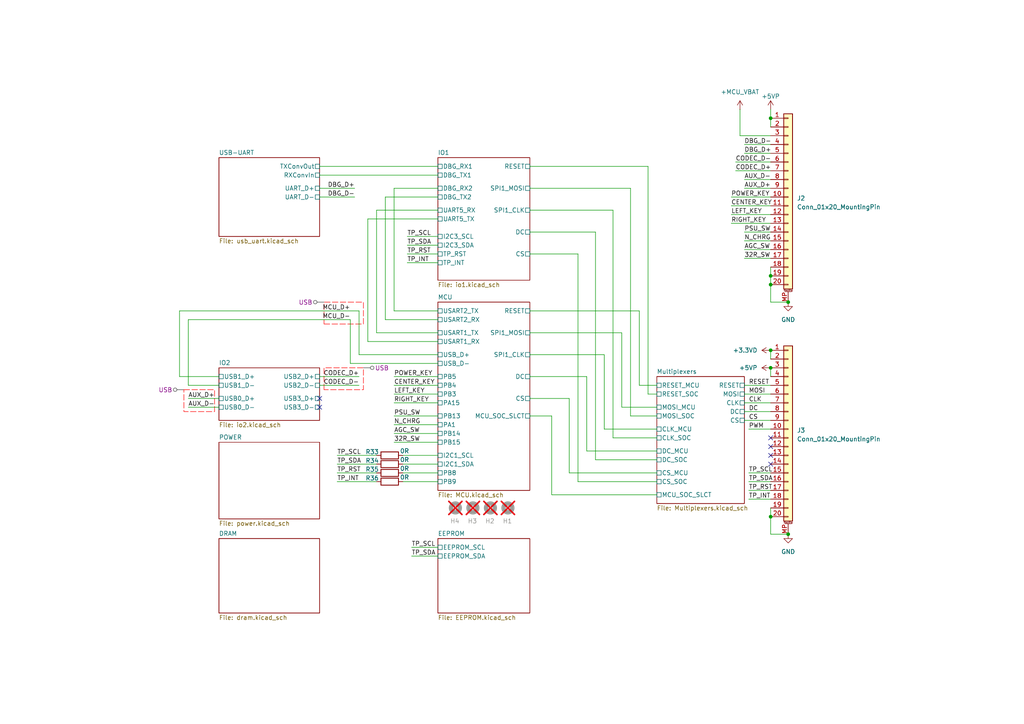
<source format=kicad_sch>
(kicad_sch (version 20250114) (generator "eeschema") (generator_version "9.0")
  (paper "A4")
  (lib_symbols
    (symbol "Connector_Generic_MountingPin:Conn_01x20_MountingPin" (pin_names (offset 1.016) (hide yes))
      (property "Reference" "J" (at 0 25.4 0))
      (property "Value" "Conn_01x20_MountingPin" (at 1.27 -27.94 0))
      (symbol "Conn_01x20_MountingPin_1_1"
        (rectangle (start -1.27 24.13) (end 1.27 -26.67) (stroke (width 0.254)) (fill (type background)))
        (rectangle (start -1.27 22.987) (end 0 22.733) (stroke (width 0.1524)))
        (rectangle (start -1.27 20.447) (end 0 20.193) (stroke (width 0.1524)))
        (rectangle (start -1.27 17.907) (end 0 17.653) (stroke (width 0.1524)))
        (rectangle (start -1.27 15.367) (end 0 15.113) (stroke (width 0.1524)))
        (rectangle (start -1.27 12.827) (end 0 12.573) (stroke (width 0.1524)))
        (rectangle (start -1.27 10.287) (end 0 10.033) (stroke (width 0.1524)))
        (rectangle (start -1.27 7.747) (end 0 7.493) (stroke (width 0.1524)))
        (rectangle (start -1.27 5.207) (end 0 4.953) (stroke (width 0.1524)))
        (rectangle (start -1.27 2.667) (end 0 2.413) (stroke (width 0.1524)))
        (rectangle (start -1.27 0.127) (end 0 -0.127) (stroke (width 0.1524)))
        (rectangle (start -1.27 -2.413) (end 0 -2.667) (stroke (width 0.1524)))
        (rectangle (start -1.27 -4.953) (end 0 -5.207) (stroke (width 0.1524)))
        (rectangle (start -1.27 -7.493) (end 0 -7.747) (stroke (width 0.1524)))
        (rectangle (start -1.27 -10.033) (end 0 -10.287) (stroke (width 0.1524)))
        (rectangle (start -1.27 -12.573) (end 0 -12.827) (stroke (width 0.1524)))
        (rectangle (start -1.27 -15.113) (end 0 -15.367) (stroke (width 0.1524)))
        (rectangle (start -1.27 -17.653) (end 0 -17.907) (stroke (width 0.1524)))
        (rectangle (start -1.27 -20.193) (end 0 -20.447) (stroke (width 0.1524)))
        (rectangle (start -1.27 -22.733) (end 0 -22.987) (stroke (width 0.1524)))
        (rectangle (start -1.27 -25.273) (end 0 -25.527) (stroke (width 0.1524)))
        (polyline (pts (xy -1.016 -27.432) (xy 1.016 -27.432)) (stroke (width 0.1524)))
        (text "Mounting" (at 0 -27.051 0) (effects (font (size 0.381 0.381))))
        (pin passive line (at -5.08 22.86 0) (length 3.81) (name "Pin_1") (number "1"))
        (pin passive line (at -5.08 20.32 0) (length 3.81) (name "Pin_2") (number "2"))
        (pin passive line (at -5.08 17.78 0) (length 3.81) (name "Pin_3") (number "3"))
        (pin passive line (at -5.08 15.24 0) (length 3.81) (name "Pin_4") (number "4"))
        (pin passive line (at -5.08 12.7 0) (length 3.81) (name "Pin_5") (number "5"))
        (pin passive line (at -5.08 10.16 0) (length 3.81) (name "Pin_6") (number "6"))
        (pin passive line (at -5.08 7.62 0) (length 3.81) (name "Pin_7") (number "7"))
        (pin passive line (at -5.08 5.08 0) (length 3.81) (name "Pin_8") (number "8"))
        (pin passive line (at -5.08 2.54 0) (length 3.81) (name "Pin_9") (number "9"))
        (pin passive line (at -5.08 0 0) (length 3.81) (name "Pin_10") (number "10"))
        (pin passive line (at -5.08 -2.54 0) (length 3.81) (name "Pin_11") (number "11"))
        (pin passive line (at -5.08 -5.08 0) (length 3.81) (name "Pin_12") (number "12"))
        (pin passive line (at -5.08 -7.62 0) (length 3.81) (name "Pin_13") (number "13"))
        (pin passive line (at -5.08 -10.16 0) (length 3.81) (name "Pin_14") (number "14"))
        (pin passive line (at -5.08 -12.7 0) (length 3.81) (name "Pin_15") (number "15"))
        (pin passive line (at -5.08 -15.24 0) (length 3.81) (name "Pin_16") (number "16"))
        (pin passive line (at -5.08 -17.78 0) (length 3.81) (name "Pin_17") (number "17"))
        (pin passive line (at -5.08 -20.32 0) (length 3.81) (name "Pin_18") (number "18"))
        (pin passive line (at -5.08 -22.86 0) (length 3.81) (name "Pin_19") (number "19"))
        (pin passive line (at -5.08 -25.4 0) (length 3.81) (name "Pin_20") (number "20"))
        (pin passive line (at 0 -30.48 90) (length 3.048) (name "MountPin") (number "MP"))
      )
    )
    (symbol "Device:R" (pin_numbers (hide yes)) (pin_names (offset 0))
      (property "Reference" "R" (at 2.032 0 90))
      (property "Value" "R" (at 0 0 90))
      (symbol "R_0_1"
        (rectangle (start -1.016 -2.54) (end 1.016 2.54) (stroke (width 0.254)))
      )
      (symbol "R_1_1"
        (pin passive line (at 0 3.81 270) (length 1.27) (name "~") (number "1"))
        (pin passive line (at 0 -3.81 90) (length 1.27) (name "~") (number "2"))
      )
    )
    (symbol "Mechanical:MountingHole" (pin_names (offset 1.016)) (exclude_from_sim yes) (in_bom no)
      (property "Reference" "H" (at 0 5.08 0))
      (property "Value" "MountingHole" (at 0 3.175 0))
      (symbol "MountingHole_0_1"
        (circle (center 0 0) (radius 1.27) (stroke (width 1.27)))
      )
    )
    (symbol "power:+3.3V" (power) (pin_numbers (hide yes)) (pin_names (offset 0) (hide yes))
      (property "Value" "+3.3V" (at 0 3.556 0))
      (symbol "+3.3V_0_1"
        (polyline (pts (xy -0.762 1.27) (xy 0 2.54)))
        (polyline (pts (xy 0 2.54) (xy 0.762 1.27)))
        (polyline (pts (xy 0 0) (xy 0 2.54)))
      )
      (symbol "+3.3V_1_1"
        (pin power_in line (at 0 0 90) (length 0) (name "~") (number "1"))
      )
    )
    (symbol "power:+5VP" (power) (pin_names (offset 0))
      (property "Value" "+5VP" (at 0 3.556 0))
      (symbol "+5VP_0_1"
        (polyline (pts (xy -0.762 1.27) (xy 0 2.54)))
        (polyline (pts (xy 0 2.54) (xy 0.762 1.27)))
        (polyline (pts (xy 0 0) (xy 0 2.54)))
      )
      (symbol "+5VP_1_1"
        (pin power_in line (at 0 0 90) (length 0) (hide yes) (name "+5VP") (number "1"))
      )
    )
    (symbol "power:GND" (power) (pin_numbers (hide yes)) (pin_names (offset 0) (hide yes))
      (property "Value" "GND" (at 0 -3.81 0))
      (symbol "GND_0_1"
        (polyline (pts (xy 0 0) (xy 0 -1.27) (xy 1.27 -1.27) (xy 0 -2.54) (xy -1.27 -1.27) (xy 0 -1.27)))
      )
      (symbol "GND_1_1"
        (pin power_in line (at 0 0 270) (length 0) (name "~") (number "1"))
      )
    )
  )
  (junction (at 228.6 87.63))
  (junction (at 223.52 80.01))
  (junction (at 223.52 149.86))
  (junction (at 223.52 34.29))
  (junction (at 223.52 101.6))
  (junction (at 223.52 82.55))
  (junction (at 223.52 106.68))
  (junction (at 228.6 154.94))
  (no_connect (at 223.52 132.08))
  (no_connect (at 92.71 118.11))
  (no_connect (at 223.52 134.62))
  (no_connect (at 223.52 127))
  (no_connect (at 92.71 115.57))
  (no_connect (at 223.52 129.54))
  (wire (pts (xy 215.9 74.93) (xy 223.52 74.93)))
  (wire (pts (xy 190.5 127) (xy 177.8 127)))
  (wire (pts (xy 114.3 90.17) (xy 127 90.17)))
  (wire (pts (xy 54.61 115.57) (xy 63.5 115.57)))
  (wire (pts (xy 114.3 125.73) (xy 127 125.73)))
  (wire (pts (xy 217.17 137.16) (xy 223.52 137.16)))
  (wire (pts (xy 177.8 60.96) (xy 177.8 127)))
  (wire (pts (xy 190.5 143.51) (xy 160.02 143.51)))
  (wire (pts (xy 182.88 54.61) (xy 153.67 54.61)))
  (wire (pts (xy 153.67 96.52) (xy 180.34 96.52)))
  (wire (pts (xy 118.11 76.2) (xy 127 76.2)))
  (wire (pts (xy 165.1 137.16) (xy 190.5 137.16)))
  (wire (pts (xy 182.88 120.65) (xy 182.88 54.61)))
  (wire (pts (xy 223.52 34.29) (xy 223.52 36.83)))
  (wire (pts (xy 153.67 115.57) (xy 165.1 115.57)))
  (wire (pts (xy 187.96 48.26) (xy 153.67 48.26)))
  (wire (pts (xy 119.38 158.75) (xy 127 158.75)))
  (wire (pts (xy 228.6 87.63) (xy 223.52 87.63)))
  (wire (pts (xy 215.9 116.84) (xy 223.52 116.84)))
  (wire (pts (xy 153.67 90.17) (xy 185.42 90.17)))
  (wire (pts (xy 160.02 120.65) (xy 153.67 120.65)))
  (wire (pts (xy 212.09 59.69) (xy 223.52 59.69)))
  (wire (pts (xy 190.5 120.65) (xy 182.88 120.65)))
  (wire (pts (xy 153.67 109.22) (xy 170.18 109.22)))
  (wire (pts (xy 215.9 114.3) (xy 223.52 114.3)))
  (wire (pts (xy 92.71 50.8) (xy 127 50.8)))
  (wire (pts (xy 54.61 92.71) (xy 101.6 92.71)))
  (wire (pts (xy 116.84 139.7) (xy 127 139.7)))
  (wire (pts (xy 109.22 60.96) (xy 127 60.96)))
  (wire (pts (xy 177.8 60.96) (xy 153.67 60.96)))
  (wire (pts (xy 97.79 134.62) (xy 109.22 134.62)))
  (wire (pts (xy 175.26 102.87) (xy 175.26 124.46)))
  (wire (pts (xy 127 102.87) (xy 104.14 102.87)))
  (wire (pts (xy 116.84 134.62) (xy 127 134.62)))
  (wire (pts (xy 106.68 63.5) (xy 127 63.5)))
  (wire (pts (xy 223.52 101.6) (xy 223.52 104.14)))
  (wire (pts (xy 217.17 124.46) (xy 223.52 124.46)))
  (wire (pts (xy 215.9 44.45) (xy 223.52 44.45)))
  (wire (pts (xy 114.3 128.27) (xy 127 128.27)))
  (wire (pts (xy 170.18 109.22) (xy 170.18 130.81)))
  (wire (pts (xy 97.79 132.08) (xy 109.22 132.08)))
  (wire (pts (xy 116.84 137.16) (xy 127 137.16)))
  (wire (pts (xy 223.52 77.47) (xy 223.52 80.01)))
  (wire (pts (xy 111.76 57.15) (xy 127 57.15)))
  (wire (pts (xy 114.3 114.3) (xy 127 114.3)))
  (wire (pts (xy 104.14 102.87) (xy 104.14 90.17)))
  (wire (pts (xy 167.64 73.66) (xy 167.64 139.7)))
  (wire (pts (xy 215.9 54.61) (xy 223.52 54.61)))
  (wire (pts (xy 223.52 149.86) (xy 223.52 154.94)))
  (wire (pts (xy 215.9 121.92) (xy 223.52 121.92)))
  (wire (pts (xy 92.71 111.76) (xy 104.14 111.76)))
  (wire (pts (xy 97.79 139.7) (xy 109.22 139.7)))
  (wire (pts (xy 92.71 57.15) (xy 102.87 57.15)))
  (wire (pts (xy 223.52 147.32) (xy 223.52 149.86)))
  (wire (pts (xy 215.9 119.38) (xy 223.52 119.38)))
  (wire (pts (xy 190.5 114.3) (xy 187.96 114.3)))
  (wire (pts (xy 118.11 73.66) (xy 127 73.66)))
  (wire (pts (xy 92.71 109.22) (xy 104.14 109.22)))
  (wire (pts (xy 212.09 62.23) (xy 223.52 62.23)))
  (wire (pts (xy 223.52 39.37) (xy 214.63 39.37)))
  (wire (pts (xy 185.42 111.76) (xy 190.5 111.76)))
  (wire (pts (xy 180.34 118.11) (xy 190.5 118.11)))
  (wire (pts (xy 114.3 54.61) (xy 114.3 90.17)))
  (wire (pts (xy 97.79 137.16) (xy 109.22 137.16)))
  (wire (pts (xy 187.96 48.26) (xy 187.96 114.3)))
  (wire (pts (xy 127 105.41) (xy 101.6 105.41)))
  (wire (pts (xy 217.17 139.7) (xy 223.52 139.7)))
  (wire (pts (xy 52.07 90.17) (xy 104.14 90.17)))
  (wire (pts (xy 111.76 57.15) (xy 111.76 92.71)))
  (wire (pts (xy 114.3 120.65) (xy 127 120.65)))
  (wire (pts (xy 165.1 115.57) (xy 165.1 137.16)))
  (wire (pts (xy 160.02 143.51) (xy 160.02 120.65)))
  (wire (pts (xy 215.9 67.31) (xy 223.52 67.31)))
  (wire (pts (xy 114.3 54.61) (xy 127 54.61)))
  (wire (pts (xy 101.6 105.41) (xy 101.6 92.71)))
  (wire (pts (xy 217.17 142.24) (xy 223.52 142.24)))
  (wire (pts (xy 223.52 154.94) (xy 228.6 154.94)))
  (wire (pts (xy 118.11 71.12) (xy 127 71.12)))
  (wire (pts (xy 185.42 90.17) (xy 185.42 111.76)))
  (wire (pts (xy 109.22 96.52) (xy 127 96.52)))
  (wire (pts (xy 215.9 52.07) (xy 223.52 52.07)))
  (wire (pts (xy 118.11 68.58) (xy 127 68.58)))
  (wire (pts (xy 54.61 92.71) (xy 54.61 111.76)))
  (wire (pts (xy 114.3 111.76) (xy 127 111.76)))
  (wire (pts (xy 215.9 69.85) (xy 223.52 69.85)))
  (wire (pts (xy 180.34 96.52) (xy 180.34 118.11)))
  (wire (pts (xy 92.71 48.26) (xy 127 48.26)))
  (wire (pts (xy 52.07 90.17) (xy 52.07 109.22)))
  (wire (pts (xy 213.36 49.53) (xy 223.52 49.53)))
  (wire (pts (xy 172.72 67.31) (xy 153.67 67.31)))
  (wire (pts (xy 114.3 123.19) (xy 127 123.19)))
  (wire (pts (xy 223.52 31.75) (xy 223.52 34.29)))
  (wire (pts (xy 106.68 99.06) (xy 127 99.06)))
  (wire (pts (xy 172.72 67.31) (xy 172.72 133.35)))
  (wire (pts (xy 111.76 92.71) (xy 127 92.71)))
  (wire (pts (xy 167.64 73.66) (xy 153.67 73.66)))
  (wire (pts (xy 213.36 46.99) (xy 223.52 46.99)))
  (wire (pts (xy 116.84 132.08) (xy 127 132.08)))
  (wire (pts (xy 54.61 118.11) (xy 63.5 118.11)))
  (wire (pts (xy 119.38 161.29) (xy 127 161.29)))
  (wire (pts (xy 190.5 139.7) (xy 167.64 139.7)))
  (wire (pts (xy 223.52 80.01) (xy 223.52 82.55)))
  (wire (pts (xy 52.07 109.22) (xy 63.5 109.22)))
  (wire (pts (xy 212.09 57.15) (xy 223.52 57.15)))
  (wire (pts (xy 54.61 111.76) (xy 63.5 111.76)))
  (wire (pts (xy 215.9 111.76) (xy 223.52 111.76)))
  (wire (pts (xy 106.68 63.5) (xy 106.68 99.06)))
  (wire (pts (xy 170.18 130.81) (xy 190.5 130.81)))
  (wire (pts (xy 223.52 106.68) (xy 223.52 109.22)))
  (wire (pts (xy 190.5 133.35) (xy 172.72 133.35)))
  (wire (pts (xy 223.52 82.55) (xy 223.52 87.63)))
  (wire (pts (xy 114.3 109.22) (xy 127 109.22)))
  (wire (pts (xy 92.71 54.61) (xy 102.87 54.61)))
  (wire (pts (xy 215.9 72.39) (xy 223.52 72.39)))
  (wire (pts (xy 215.9 41.91) (xy 223.52 41.91)))
  (wire (pts (xy 175.26 124.46) (xy 190.5 124.46)))
  (wire (pts (xy 109.22 60.96) (xy 109.22 96.52)))
  (wire (pts (xy 153.67 102.87) (xy 175.26 102.87)))
  (wire (pts (xy 114.3 116.84) (xy 127 116.84)))
  (wire (pts (xy 212.09 64.77) (xy 223.52 64.77)))
  (wire (pts (xy 214.63 31.75) (xy 214.63 39.37)))
  (wire (pts (xy 217.17 144.78) (xy 223.52 144.78)))
  (label "N_CHRG" (at 114.3 123.19 0))
  (label "TP_SCL" (at 217.17 137.16 0))
  (label "TP_SCL" (at 119.38 158.75 0))
  (label "CENTER_KEY" (at 212.09 59.69 0))
  (label "TP_RST" (at 97.79 137.16 0))
  (label "CODEC_D+" (at 104.14 109.22 180))
  (label "LEFT_KEY" (at 114.3 114.3 0))
  (label "N_CHRG" (at 215.9 69.85 0))
  (label "TP_SCL" (at 97.79 132.08 0))
  (label "CODEC_D-" (at 104.14 111.76 180))
  (label "TP_SDA" (at 217.17 139.7 0))
  (label "PSU_SW" (at 215.9 67.31 0))
  (label "RIGHT_KEY" (at 212.09 64.77 0))
  (label "AUX_D-" (at 215.9 52.07 0))
  (label "RIGHT_KEY" (at 114.3 116.84 0))
  (label "CLK" (at 217.17 116.84 0))
  (label "MOSI" (at 217.17 114.3 0))
  (label "TP_SDA" (at 118.11 71.12 0))
  (label "AGC_SW" (at 114.3 125.73 0))
  (label "CENTER_KEY" (at 114.3 111.76 0))
  (label "MCU_D+" (at 101.6 90.17 180))
  (label "CODEC_D-" (at 213.36 46.99 0))
  (label "CS" (at 217.17 121.92 0))
  (label "AUX_D+" (at 54.61 115.57 0))
  (label "DC" (at 217.17 119.38 0))
  (label "PSU_SW" (at 114.3 120.65 0))
  (label "AGC_SW" (at 215.9 72.39 0))
  (label "32R_SW" (at 114.3 128.27 0))
  (label "TP_SDA" (at 97.79 134.62 0))
  (label "CODEC_D+" (at 213.36 49.53 0))
  (label "TP_RST" (at 118.11 73.66 0))
  (label "RESET" (at 217.17 111.76 0))
  (label "AUX_D+" (at 215.9 54.61 0))
  (label "DBG_D-" (at 102.87 57.15 180))
  (label "TP_SDA" (at 119.38 161.29 0))
  (label "PWM" (at 217.17 124.46 0))
  (label "TP_INT" (at 118.11 76.2 0))
  (label "DBG_D+" (at 102.87 54.61 180))
  (label "TP_SCL" (at 118.11 68.58 0))
  (label "AUX_D-" (at 54.61 118.11 0))
  (label "TP_INT" (at 217.17 144.78 0))
  (label "DBG_D+" (at 215.9 44.45 0))
  (label "TP_RST" (at 217.17 142.24 0))
  (label "LEFT_KEY" (at 212.09 62.23 0))
  (label "POWER_KEY" (at 114.3 109.22 0))
  (label "MCU_D-" (at 101.6 92.71 180))
  (label "POWER_KEY" (at 212.09 57.15 0))
  (label "DBG_D-" (at 215.9 41.91 0))
  (label "32R_SW" (at 215.9 74.93 0))
  (label "TP_INT" (at 97.79 139.7 0))
  (rule_area (polyline (pts (xy 93.98 113.03) (xy 93.98 106.68) (xy 105.41 106.68) (xy 105.41 113.03)) (stroke (width 0) (type dash))))
  (rule_area (polyline (pts (xy 93.98 93.98) (xy 105.41 93.98) (xy 105.41 87.63) (xy 93.98 87.63)) (stroke (width 0) (type dash))))
  (rule_area (polyline (pts (xy 53.34 113.03) (xy 62.23 113.03) (xy 62.23 119.38) (xy 53.34 119.38)) (stroke (width 0) (type dash))))
  (netclass_flag "" (length 2.54) (shape round) (at 93.98 87.63 90) (property "Netclass" "USB" (at 86.614 87.6935 0) (effects (justify left))))
  (netclass_flag "" (length 2.54) (shape round) (at 105.41 106.68 270) (property "Netclass" "USB" (at 112.776 106.7435 0) (effects (justify right))))
  (netclass_flag "" (length 2.54) (shape round) (at 53.34 113.03 90) (property "Netclass" "USB" (at 45.974 113.0935 0) (effects (justify left))))
  (symbol (lib_id "Device:R") (at 113.03 139.7 90) (unit 1)
    (property "Reference" "R36" (at 107.95 138.684 90))
    (property "Value" "0R" (at 117.348 138.43 90))
    (property "Footprint" "Resistor_SMD:R_0402_1005Metric_Pad0.72x0.64mm_HandSolder" (effects (hide yes)))
    (property "Manufacturer" "YAGEO" (effects (hide yes)))
    (property "Part Number" "RC0402FR-070RL" (effects (hide yes)))
  )
  (symbol (lib_id "Connector_Generic_MountingPin:Conn_01x20_MountingPin") (at 228.6 57.15 0) (unit 1)
    (property "Reference" "J2" (at 231.14 57.5055 0) (effects (justify left)))
    (property "Value" "Conn_01x20_MountingPin" (at 231.14 60.0455 0) (effects (justify left)))
    (property "Footprint" "Connector_FFC-FPC:TE_2-84952-0_1x20-1MP_P1.0mm_Horizontal" (effects (hide yes)))
    (property "Description" "Generic connectable mounting pin connector, single row, 01x20, script generated (kicad-library-utils/schlib/autogen/connector/)" (effects (hide yes)))
    (property "Manufacturer" "HCTL" (effects (hide yes)))
    (property "Part Number" "XW10202-20R-00" (effects (hide yes)))
  )
  (symbol (lib_id "Mechanical:MountingHole") (at 142.24 147.32 270) (unit 1) (exclude_from_sim yes) (in_bom no) (dnp yes)
    (property "Reference" "H2" (at 140.716 151.13 90) (effects (justify left)))
    (property "Value" "MountingHole" (effects (hide yes)))
    (property "Footprint" "MountingHole:MountingHole_3.2mm_M3_DIN965" (effects (hide yes)))
    (property "Description" "Mounting Hole without connection" (effects (hide yes)))
  )
  (symbol (lib_id "power:GND") (at 228.6 87.63 0) (unit 1)
    (property "Reference" "#PWR089" (effects (hide yes)))
    (property "Value" "GND" (at 228.6 92.71 0))
    (property "Description" "Power symbol creates a global label with name \"GND\" , ground" (effects (hide yes)))
  )
  (symbol (lib_id "power:+3.3V") (at 214.63 31.75 0) (unit 1)
    (property "Reference" "#PWR057" (effects (hide yes)))
    (property "Value" "+MCU_VBAT" (at 214.63 26.67 0))
    (property "Description" "Power symbol creates a global label with name \"+3.3V\"" (effects (hide yes)))
  )
  (symbol (lib_id "Mechanical:MountingHole") (at 147.32 147.32 270) (unit 1) (exclude_from_sim yes) (in_bom no) (dnp yes)
    (property "Reference" "H1" (at 145.796 151.13 90) (effects (justify left)))
    (property "Value" "MountingHole" (effects (hide yes)))
    (property "Footprint" "MountingHole:MountingHole_3.2mm_M3_DIN965" (effects (hide yes)))
    (property "Description" "Mounting Hole without connection" (effects (hide yes)))
  )
  (symbol (lib_id "Device:R") (at 113.03 137.16 90) (unit 1)
    (property "Reference" "R35" (at 107.95 136.144 90))
    (property "Value" "0R" (at 117.348 135.89 90))
    (property "Footprint" "Resistor_SMD:R_0402_1005Metric_Pad0.72x0.64mm_HandSolder" (effects (hide yes)))
    (property "Manufacturer" "YAGEO" (effects (hide yes)))
    (property "Part Number" "RC0402FR-070RL" (effects (hide yes)))
  )
  (symbol (lib_id "power:GND") (at 228.6 154.94 0) (unit 1)
    (property "Reference" "#PWR0114" (effects (hide yes)))
    (property "Value" "GND" (at 228.6 160.02 0))
    (property "Description" "Power symbol creates a global label with name \"GND\" , ground" (effects (hide yes)))
  )
  (symbol (lib_id "Device:R") (at 113.03 132.08 90) (unit 1)
    (property "Reference" "R33" (at 107.95 131.064 90))
    (property "Value" "0R" (at 117.348 130.81 90))
    (property "Footprint" "Resistor_SMD:R_0402_1005Metric_Pad0.72x0.64mm_HandSolder" (effects (hide yes)))
    (property "Manufacturer" "YAGEO" (effects (hide yes)))
    (property "Part Number" "RC0402FR-070RL" (effects (hide yes)))
  )
  (symbol (lib_id "power:+3.3V") (at 223.52 101.6 90) (unit 1)
    (property "Reference" "#PWR0112" (effects (hide yes)))
    (property "Value" "+3.3VD" (at 219.71 101.5999 90) (effects (justify left)))
    (property "Description" "Power symbol creates a global label with name \"+3.3V\"" (effects (hide yes)))
  )
  (symbol (lib_id "Connector_Generic_MountingPin:Conn_01x20_MountingPin") (at 228.6 124.46 0) (unit 1)
    (property "Reference" "J3" (at 231.14 124.8155 0) (effects (justify left)))
    (property "Value" "Conn_01x20_MountingPin" (at 231.14 127.3555 0) (effects (justify left)))
    (property "Footprint" "Connector_FFC-FPC:TE_2-84952-0_1x20-1MP_P1.0mm_Horizontal" (effects (hide yes)))
    (property "Description" "Generic connectable mounting pin connector, single row, 01x20, script generated (kicad-library-utils/schlib/autogen/connector/)" (effects (hide yes)))
    (property "Manufacturer" "HCTL" (effects (hide yes)))
    (property "Part Number" "XW10202-20R-00" (effects (hide yes)))
  )
  (symbol (lib_id "Device:R") (at 113.03 134.62 90) (unit 1)
    (property "Reference" "R34" (at 107.95 133.604 90))
    (property "Value" "0R" (at 117.348 133.35 90))
    (property "Footprint" "Resistor_SMD:R_0402_1005Metric_Pad0.72x0.64mm_HandSolder" (effects (hide yes)))
    (property "Manufacturer" "YAGEO" (effects (hide yes)))
    (property "Part Number" "RC0402FR-070RL" (effects (hide yes)))
  )
  (symbol (lib_id "Mechanical:MountingHole") (at 137.16 147.32 270) (unit 1) (exclude_from_sim yes) (in_bom no) (dnp yes)
    (property "Reference" "H3" (at 135.636 151.13 90) (effects (justify left)))
    (property "Value" "MountingHole" (effects (hide yes)))
    (property "Footprint" "MountingHole:MountingHole_3.2mm_M3_DIN965" (effects (hide yes)))
    (property "Description" "Mounting Hole without connection" (effects (hide yes)))
  )
  (symbol (lib_id "Mechanical:MountingHole") (at 132.08 147.32 270) (unit 1) (exclude_from_sim yes) (in_bom no) (dnp yes)
    (property "Reference" "H4" (at 130.556 151.13 90) (effects (justify left)))
    (property "Value" "MountingHole" (effects (hide yes)))
    (property "Footprint" "MountingHole:MountingHole_3.2mm_M3_DIN965" (effects (hide yes)))
    (property "Description" "Mounting Hole without connection" (effects (hide yes)))
  )
  (symbol (lib_id "power:+5VP") (at 223.52 106.68 90) (unit 1)
    (property "Reference" "#PWR0113" (effects (hide yes)))
    (property "Value" "+5VP" (at 219.71 106.6799 90) (effects (justify left)))
  )
  (symbol (lib_id "power:+5VP") (at 223.52 31.75 0) (unit 1)
    (property "Reference" "#PWR090" (effects (hide yes)))
    (property "Value" "+5VP" (at 223.52 27.94 0))
  )
  (sheet (at 127 87.63) (size 26.67 54.61) (stroke (width 0.1524))
    (property "Sheetname" "MCU" (at 127 86.9184 0) (effects (justify left bottom)))
    (property "Sheetfile" "MCU.kicad_sch" (at 127 142.8246 0) (effects (justify left top)))
    (pin "SPI1_CLK" passive (at 153.67 102.87 0))
    (pin "SPI1_MOSI" passive (at 153.67 96.52 0))
    (pin "DC" passive (at 153.67 109.22 0))
    (pin "RESET" passive (at 153.67 90.17 0))
    (pin "CS" passive (at 153.67 115.57 0))
    (pin "MCU_SOC_SLCT" passive (at 153.67 120.65 0))
    (pin "USART2_TX" passive (at 127 90.17 180))
    (pin "USART2_RX" passive (at 127 92.71 180))
    (pin "USART1_TX" passive (at 127 96.52 180))
    (pin "USART1_RX" passive (at 127 99.06 180))
    (pin "USB_D+" passive (at 127 102.87 180))
    (pin "USB_D-" passive (at 127 105.41 180))
    (pin "PA15" passive (at 127 116.84 180))
    (pin "PB4" passive (at 127 111.76 180))
    (pin "PB3" passive (at 127 114.3 180))
    (pin "PB5" passive (at 127 109.22 180))
    (pin "PA1" passive (at 127 123.19 180))
    (pin "PB13" passive (at 127 120.65 180))
    (pin "PB14" passive (at 127 125.73 180))
    (pin "PB15" passive (at 127 128.27 180))
    (pin "I2C1_SCL" passive (at 127 132.08 180))
    (pin "I2C1_SDA" passive (at 127 134.62 180))
    (pin "PB8" passive (at 127 137.16 180))
    (pin "PB9" passive (at 127 139.7 180))
  )
  (sheet (at 63.5 156.21) (size 29.21 21.59) (stroke (width 0.1524))
    (property "Sheetname" "DRAM" (at 63.5 155.4984 0) (effects (justify left bottom)))
    (property "Sheetfile" "dram.kicad_sch" (at 63.5 178.3846 0) (effects (justify left top)))
  )
  (sheet (at 63.5 128.27) (size 29.21 22.225) (stroke (width 0.1524))
    (property "Sheetname" "POWER" (at 63.5 127.5584 0) (effects (justify left bottom)))
    (property "Sheetfile" "power.kicad_sch" (at 63.5 151.0796 0) (effects (justify left top)))
  )
  (sheet (at 127 45.72) (size 26.67 35.56) (stroke (width 0.1524))
    (property "Sheetname" "IO1" (at 127 45.0084 0) (effects (justify left bottom)))
    (property "Sheetfile" "io1.kicad_sch" (at 127 81.8646 0) (effects (justify left top)))
    (pin "SPI1_MOSI" passive (at 153.67 54.61 0))
    (pin "SPI1_CLK" passive (at 153.67 60.96 0))
    (pin "RESET" passive (at 153.67 48.26 0))
    (pin "DC" passive (at 153.67 67.31 0))
    (pin "CS" passive (at 153.67 73.66 0))
    (pin "DBG_TX1" passive (at 127 50.8 180))
    (pin "DBG_TX2" passive (at 127 57.15 180))
    (pin "DBG_RX1" passive (at 127 48.26 180))
    (pin "DBG_RX2" passive (at 127 54.61 180))
    (pin "UART5_TX" passive (at 127 63.5 180))
    (pin "UART5_RX" passive (at 127 60.96 180))
    (pin "I2C3_SDA" passive (at 127 71.12 180))
    (pin "I2C3_SCL" passive (at 127 68.58 180))
    (pin "TP_INT" passive (at 127 76.2 180))
    (pin "TP_RST" passive (at 127 73.66 180))
  )
  (sheet (at 190.5 109.22) (size 25.4 36.83) (stroke (width 0.1524))
    (property "Sheetname" "Multiplexers" (at 190.5 108.5084 0) (effects (justify left bottom)))
    (property "Sheetfile" "Multiplexers.kicad_sch" (at 190.5 146.6346 0) (effects (justify left top)))
    (pin "DC" passive (at 215.9 119.38 0))
    (pin "CLK" passive (at 215.9 116.84 0))
    (pin "CLK_SOC" passive (at 190.5 127 180))
    (pin "CLK_MCU" passive (at 190.5 124.46 180))
    (pin "DC_MCU" passive (at 190.5 130.81 180))
    (pin "DC_SOC" passive (at 190.5 133.35 180))
    (pin "RESET_MCU" passive (at 190.5 111.76 180))
    (pin "RESET_SOC" passive (at 190.5 114.3 180))
    (pin "MCU_SOC_SLCT" passive (at 190.5 143.51 180))
    (pin "MOSI_MCU" passive (at 190.5 118.11 180))
    (pin "MOSI_SOC" passive (at 190.5 120.65 180))
    (pin "MOSI" passive (at 215.9 114.3 0))
    (pin "RESET" passive (at 215.9 111.76 0))
    (pin "CS_MCU" passive (at 190.5 137.16 180))
    (pin "CS_SOC" passive (at 190.5 139.7 180))
    (pin "CS" passive (at 215.9 121.92 0))
  )
  (sheet (at 63.5 106.68) (size 29.21 15.24) (stroke (width 0.1524))
    (property "Sheetname" "IO2" (at 63.5 105.9684 0) (effects (justify left bottom)))
    (property "Sheetfile" "io2.kicad_sch" (at 63.5 122.5046 0) (effects (justify left top)))
    (pin "USB2_D-" passive (at 92.71 111.76 0))
    (pin "USB2_D+" passive (at 92.71 109.22 0))
    (pin "USB3_D-" passive (at 92.71 118.11 0))
    (pin "USB3_D+" passive (at 92.71 115.57 0))
    (pin "USB1_D-" passive (at 63.5 111.76 180))
    (pin "USB1_D+" passive (at 63.5 109.22 180))
    (pin "USB0_D+" passive (at 63.5 115.57 180))
    (pin "USB0_D-" passive (at 63.5 118.11 180))
  )
  (sheet (at 63.5 45.72) (size 29.21 22.86) (stroke (width 0.1524))
    (property "Sheetname" "USB-UART" (at 63.5 45.0084 0) (effects (justify left bottom)))
    (property "Sheetfile" "usb_uart.kicad_sch" (at 63.5 69.1646 0) (effects (justify left top)))
    (pin "TXConvOut" passive (at 92.71 48.26 0))
    (pin "RXConvIn" passive (at 92.71 50.8 0))
    (pin "UART_D+" passive (at 92.71 54.61 0))
    (pin "UART_D-" passive (at 92.71 57.15 0))
  )
  (sheet (at 127 156.21) (size 26.67 21.59) (stroke (width 0.1524))
    (property "Sheetname" "EEPROM" (at 127 155.4984 0) (effects (justify left bottom)))
    (property "Sheetfile" "EEPROM.kicad_sch" (at 127 178.3846 0) (effects (justify left top)))
    (pin "EEPROM_SDA" passive (at 127 161.29 180))
    (pin "EEPROM_SCL" passive (at 127 158.75 180))
  )
)
</source>
